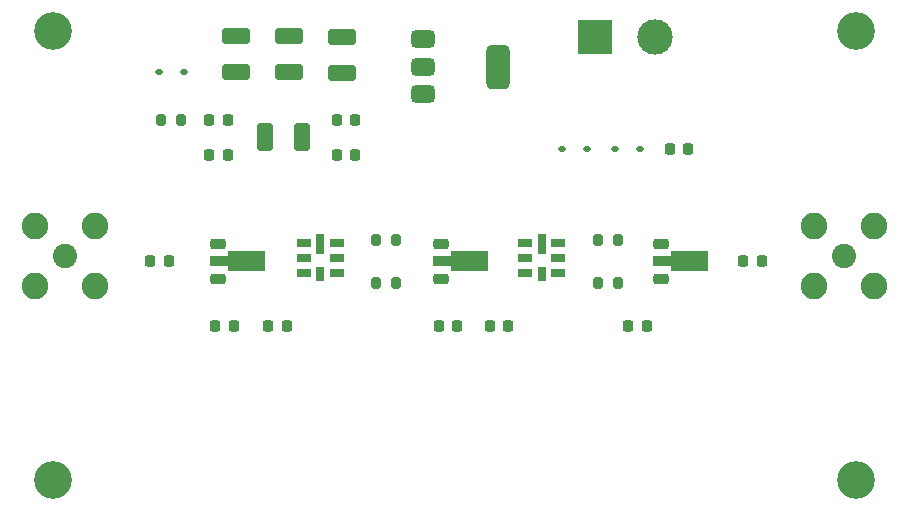
<source format=gbr>
%TF.GenerationSoftware,KiCad,Pcbnew,8.0.3*%
%TF.CreationDate,2024-06-21T17:49:06+08:00*%
%TF.ProjectId,LNA1690,4c4e4131-3639-4302-9e6b-696361645f70,rev?*%
%TF.SameCoordinates,Original*%
%TF.FileFunction,Soldermask,Top*%
%TF.FilePolarity,Negative*%
%FSLAX46Y46*%
G04 Gerber Fmt 4.6, Leading zero omitted, Abs format (unit mm)*
G04 Created by KiCad (PCBNEW 8.0.3) date 2024-06-21 17:49:06*
%MOMM*%
%LPD*%
G01*
G04 APERTURE LIST*
G04 Aperture macros list*
%AMRoundRect*
0 Rectangle with rounded corners*
0 $1 Rounding radius*
0 $2 $3 $4 $5 $6 $7 $8 $9 X,Y pos of 4 corners*
0 Add a 4 corners polygon primitive as box body*
4,1,4,$2,$3,$4,$5,$6,$7,$8,$9,$2,$3,0*
0 Add four circle primitives for the rounded corners*
1,1,$1+$1,$2,$3*
1,1,$1+$1,$4,$5*
1,1,$1+$1,$6,$7*
1,1,$1+$1,$8,$9*
0 Add four rect primitives between the rounded corners*
20,1,$1+$1,$2,$3,$4,$5,0*
20,1,$1+$1,$4,$5,$6,$7,0*
20,1,$1+$1,$6,$7,$8,$9,0*
20,1,$1+$1,$8,$9,$2,$3,0*%
%AMFreePoly0*
4,1,9,3.862500,-0.866500,0.737500,-0.866500,0.737500,-0.450000,-0.737500,-0.450000,-0.737500,0.450000,0.737500,0.450000,0.737500,0.866500,3.862500,0.866500,3.862500,-0.866500,3.862500,-0.866500,$1*%
G04 Aperture macros list end*
%ADD10RoundRect,0.225000X-0.225000X-0.250000X0.225000X-0.250000X0.225000X0.250000X-0.225000X0.250000X0*%
%ADD11RoundRect,0.250000X0.925000X-0.412500X0.925000X0.412500X-0.925000X0.412500X-0.925000X-0.412500X0*%
%ADD12RoundRect,0.200000X-0.200000X-0.275000X0.200000X-0.275000X0.200000X0.275000X-0.200000X0.275000X0*%
%ADD13RoundRect,0.225000X-0.425000X-0.225000X0.425000X-0.225000X0.425000X0.225000X-0.425000X0.225000X0*%
%ADD14FreePoly0,0.000000*%
%ADD15C,3.200000*%
%ADD16RoundRect,0.218750X-0.218750X-0.256250X0.218750X-0.256250X0.218750X0.256250X-0.218750X0.256250X0*%
%ADD17RoundRect,0.112500X-0.187500X-0.112500X0.187500X-0.112500X0.187500X0.112500X-0.187500X0.112500X0*%
%ADD18R,1.200000X0.800000*%
%ADD19R,0.800000X1.200000*%
%ADD20R,0.800000X1.700000*%
%ADD21RoundRect,0.375000X-0.625000X-0.375000X0.625000X-0.375000X0.625000X0.375000X-0.625000X0.375000X0*%
%ADD22RoundRect,0.500000X-0.500000X-1.400000X0.500000X-1.400000X0.500000X1.400000X-0.500000X1.400000X0*%
%ADD23C,2.050000*%
%ADD24C,2.250000*%
%ADD25RoundRect,0.218750X0.218750X0.256250X-0.218750X0.256250X-0.218750X-0.256250X0.218750X-0.256250X0*%
%ADD26RoundRect,0.200000X0.200000X0.275000X-0.200000X0.275000X-0.200000X-0.275000X0.200000X-0.275000X0*%
%ADD27RoundRect,0.250000X-0.412500X-0.925000X0.412500X-0.925000X0.412500X0.925000X-0.412500X0.925000X0*%
%ADD28R,3.000000X3.000000*%
%ADD29C,3.000000*%
G04 APERTURE END LIST*
D10*
%TO.C,C7*%
X156950000Y-83000000D03*
X158500000Y-83000000D03*
%TD*%
D11*
%TO.C,C2*%
X118500000Y-67000000D03*
X118500000Y-63925000D03*
%TD*%
%TO.C,C4*%
X114000000Y-66962500D03*
X114000000Y-63887500D03*
%TD*%
D12*
%TO.C,R1*%
X125850000Y-81155000D03*
X127500000Y-81155000D03*
%TD*%
D10*
%TO.C,C3*%
X116725000Y-88500000D03*
X118275000Y-88500000D03*
%TD*%
D11*
%TO.C,C5*%
X123000000Y-67037500D03*
X123000000Y-63962500D03*
%TD*%
D12*
%TO.C,R5*%
X144675000Y-84790000D03*
X146325000Y-84790000D03*
%TD*%
D13*
%TO.C,U4*%
X131350000Y-81500000D03*
D14*
X131437500Y-83000000D03*
D13*
X131350000Y-84500000D03*
%TD*%
D10*
%TO.C,C6*%
X135450000Y-88500000D03*
X137000000Y-88500000D03*
%TD*%
D15*
%TO.C,H3*%
X166500000Y-101500000D03*
%TD*%
D16*
%TO.C,L4*%
X150712500Y-73500000D03*
X152287500Y-73500000D03*
%TD*%
%TO.C,L3*%
X131142500Y-88500000D03*
X132717500Y-88500000D03*
%TD*%
D15*
%TO.C,H2*%
X166500000Y-63500000D03*
%TD*%
D12*
%TO.C,R4*%
X144675000Y-81155000D03*
X146325000Y-81155000D03*
%TD*%
D17*
%TO.C,D4*%
X146112500Y-73500000D03*
X148212500Y-73500000D03*
%TD*%
%TO.C,D1*%
X141612500Y-73500000D03*
X143712500Y-73500000D03*
%TD*%
D18*
%TO.C,U5*%
X138450000Y-81405000D03*
X138450000Y-82675000D03*
X138450000Y-83945000D03*
D19*
X139850000Y-84075000D03*
D18*
X141250000Y-83945000D03*
X141250000Y-82675000D03*
X141250000Y-81405000D03*
D20*
X139850000Y-81525000D03*
%TD*%
D16*
%TO.C,L5*%
X147212500Y-88500000D03*
X148787500Y-88500000D03*
%TD*%
D10*
%TO.C,C9*%
X122537500Y-71000000D03*
X124087500Y-71000000D03*
%TD*%
D21*
%TO.C,U2*%
X129850000Y-64200000D03*
X129850000Y-66500000D03*
D22*
X136150000Y-66500000D03*
D21*
X129850000Y-68800000D03*
%TD*%
D16*
%TO.C,L1*%
X112242500Y-88500000D03*
X113817500Y-88500000D03*
%TD*%
D23*
%TO.C,J3*%
X165460000Y-82500000D03*
D24*
X162920000Y-79960000D03*
X162920000Y-85040000D03*
X168000000Y-79960000D03*
X168000000Y-85040000D03*
%TD*%
D10*
%TO.C,C1*%
X106725000Y-83000000D03*
X108275000Y-83000000D03*
%TD*%
D18*
%TO.C,U3*%
X119700000Y-81405000D03*
X119700000Y-82675000D03*
X119700000Y-83945000D03*
D19*
X121100000Y-84075000D03*
D18*
X122500000Y-83945000D03*
X122500000Y-82675000D03*
X122500000Y-81405000D03*
D20*
X121100000Y-81525000D03*
%TD*%
D25*
%TO.C,D3*%
X113287500Y-74000000D03*
X111712500Y-74000000D03*
%TD*%
D16*
%TO.C,L2*%
X111712500Y-71000000D03*
X113287500Y-71000000D03*
%TD*%
D17*
%TO.C,D2*%
X107450000Y-67000000D03*
X109550000Y-67000000D03*
%TD*%
D26*
%TO.C,R2*%
X109325000Y-71000000D03*
X107675000Y-71000000D03*
%TD*%
D27*
%TO.C,C8*%
X116462500Y-72500000D03*
X119537500Y-72500000D03*
%TD*%
D13*
%TO.C,U1*%
X112450000Y-81500000D03*
D14*
X112537500Y-83000000D03*
D13*
X112450000Y-84500000D03*
%TD*%
D15*
%TO.C,H4*%
X98500000Y-101500000D03*
%TD*%
D10*
%TO.C,C10*%
X122537500Y-74000000D03*
X124087500Y-74000000D03*
%TD*%
D15*
%TO.C,H1*%
X98500000Y-63500000D03*
%TD*%
D28*
%TO.C,J1*%
X144420000Y-64000000D03*
D29*
X149500000Y-64000000D03*
%TD*%
D13*
%TO.C,U6*%
X150000000Y-81500000D03*
D14*
X150087500Y-83000000D03*
D13*
X150000000Y-84500000D03*
%TD*%
D12*
%TO.C,R3*%
X125850000Y-84790000D03*
X127500000Y-84790000D03*
%TD*%
D23*
%TO.C,J2*%
X99500000Y-82500000D03*
D24*
X96960000Y-79960000D03*
X96960000Y-85040000D03*
X102040000Y-79960000D03*
X102040000Y-85040000D03*
%TD*%
M02*

</source>
